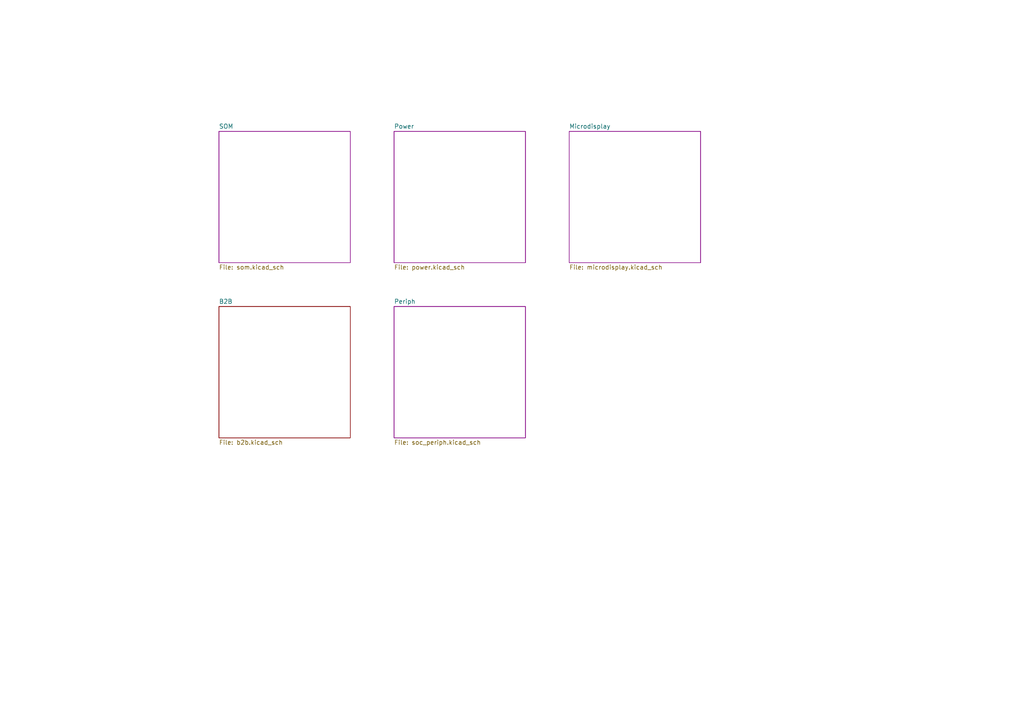
<source format=kicad_sch>
(kicad_sch (version 20210621) (generator eeschema)
  (paper "A4")
  (lib_symbols)
  (sheet (at 63.5 88.9) (size 38.1 38.1) (stroke (width 0.1524))
    (property "Sheet name" "B2B" (at 63.5 88.1884 0) (effects (justify left bottom)))
    (property "Sheet file" "b2b.kicad_sch" (at 63.5 127.5846 0) (effects (justify left top)))
  )
  (sheet (at 165.1 38.1) (size 38.1 38.1) (stroke (width 0.1524) (color 132 0 132 1)) (fill (color 255 255 255 0.0000))
    (property "Sheet name" "Microdisplay" (at 165.1 37.3884 0) (effects (justify left bottom)))
    (property "Sheet file" "microdisplay.kicad_sch" (at 165.1 76.7846 0) (effects (justify left top)))
  )
  (sheet (at 114.3 88.9) (size 38.1 38.1) (stroke (width 0.1524) (color 132 0 132 1)) (fill (color 255 255 255 0.0000))
    (property "Sheet name" "Periph" (at 114.3 88.1884 0) (effects (justify left bottom)))
    (property "Sheet file" "soc_periph.kicad_sch" (at 114.3 127.5846 0) (effects (justify left top)))
  )
  (sheet (at 114.3 38.1) (size 38.1 38.1) (stroke (width 0.1524) (color 132 0 132 1)) (fill (color 255 255 255 0.0000))
    (property "Sheet name" "Power" (at 114.3 37.3884 0) (effects (justify left bottom)))
    (property "Sheet file" "power.kicad_sch" (at 114.3 76.7846 0) (effects (justify left top)))
  )
  (sheet (at 63.5 38.1) (size 38.1 38.1) (stroke (width 0.1524) (color 132 0 132 1)) (fill (color 255 255 255 0.0000))
    (property "Sheet name" "SOM" (at 63.5 37.3884 0) (effects (justify left bottom)))
    (property "Sheet file" "som.kicad_sch" (at 63.5 76.7846 0) (effects (justify left top)))
  )
)
</source>
